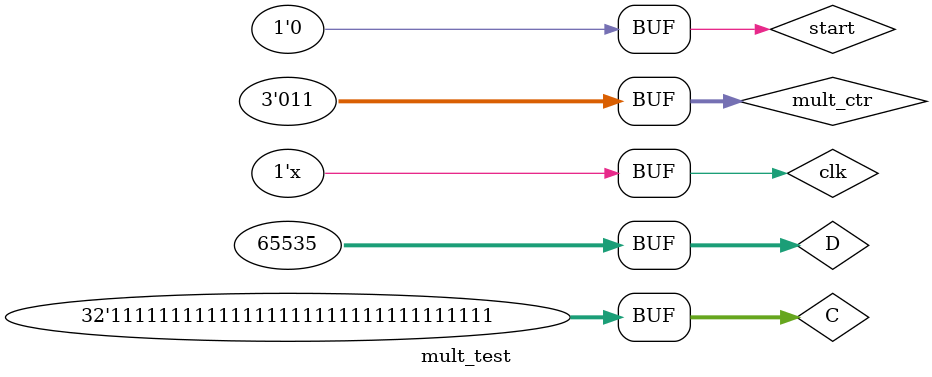
<source format=v>
`timescale 1ns / 1ps


module mult_test;

	// Inputs
	reg [31:0] C;
	reg [31:0] D;
	reg [2:0] mult_ctr;
	reg start;
	reg clk;

	// Outputs
	wire [31:0] HI;
	wire [31:0] LO;
	wire busy;

	// Instantiate the Unit Under Test (UUT)
	mod_mult uut (
		.C(C), 
		.D(D), 
		.mult_ctr(mult_ctr), 
		.start(start), 
		.clk(clk), 
		.HI(HI), 
		.LO(LO), 
		.busy(busy)
	);

	initial begin
		// Initialize Inputs
		C = 0;
		D = 0;
		mult_ctr = 0;
		start = 0;
		clk = 0;

		// Wait 100 ns for global reset to finish
		#100;
		
		C = 32'hffffffff;
		D = 32'hffff;
		mult_ctr = 3;
		
		#50;
		start = 1;
		
		#20;
		start = 0;
		
		
        
		// Add stimulus here

	end
	
	always #10 begin
		clk = ~clk;
	end
      
endmodule


</source>
